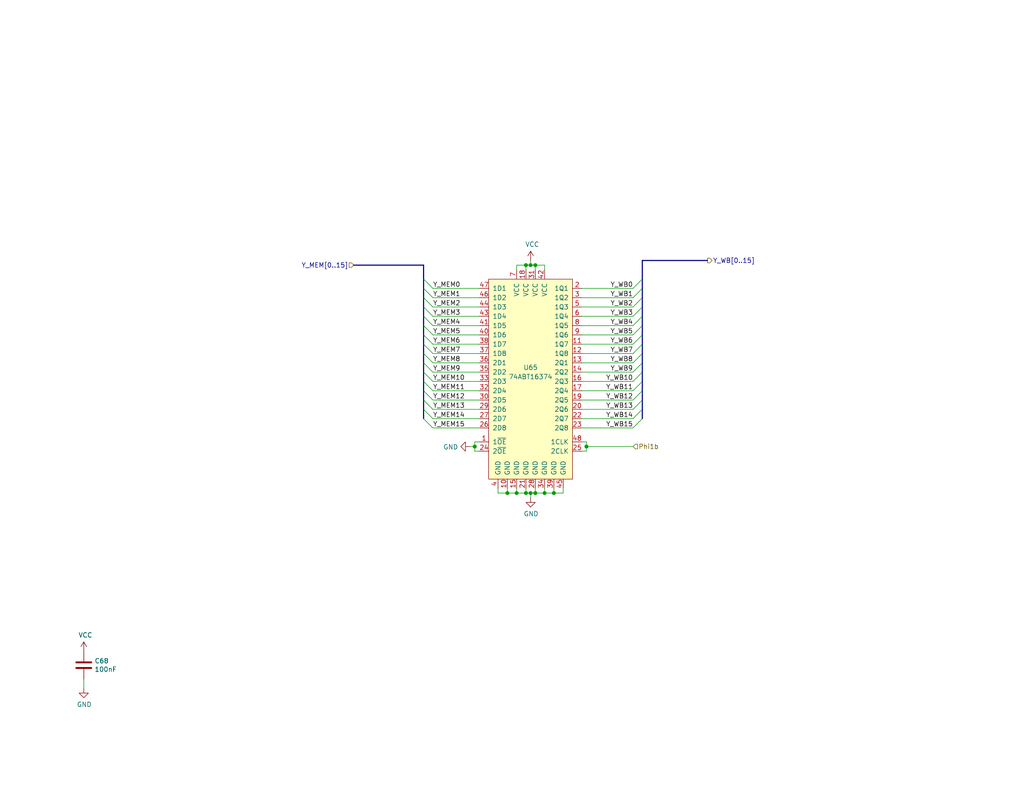
<source format=kicad_sch>
(kicad_sch (version 20230121) (generator eeschema)
  (paper "USLetter")
  (title_block (title "ALU Result Register MEM/WB") (date "2022-09-25") (rev "C"))
  (lib_symbols
    (symbol "74xx (kicad5):74ABT16374" (pin_names (offset 1.016))
      (property "Reference" "U" (at 0 1.27 0))
      (property "Value" "74ABT16374" (at 0 -1.27 0))
      (symbol "74ABT16374_0_0"
        (pin input line (at -13.97 -20.32 0) (length 2.54) (name "1~{OE}") (number "1"))
        (pin power_in line (at -6.35 -33.02 90) (length 2.54) (name "GND") (number "10"))
        (pin tri_state line (at 13.97 6.35 180) (length 2.54) (name "1Q7") (number "11"))
        (pin tri_state line (at 13.97 3.81 180) (length 2.54) (name "1Q8") (number "12"))
        (pin tri_state line (at 13.97 1.27 180) (length 2.54) (name "2Q1") (number "13"))
        (pin tri_state line (at 13.97 -1.27 180) (length 2.54) (name "2Q2") (number "14"))
        (pin power_in line (at -3.81 -33.02 90) (length 2.54) (name "GND") (number "15"))
        (pin tri_state line (at 13.97 -3.81 180) (length 2.54) (name "2Q3") (number "16"))
        (pin tri_state line (at 13.97 -6.35 180) (length 2.54) (name "2Q4") (number "17"))
        (pin power_in line (at -1.27 26.67 270) (length 2.54) (name "VCC") (number "18"))
        (pin tri_state line (at 13.97 -8.89 180) (length 2.54) (name "2Q5") (number "19"))
        (pin tri_state line (at 13.97 21.59 180) (length 2.54) (name "1Q1") (number "2"))
        (pin tri_state line (at 13.97 -11.43 180) (length 2.54) (name "2Q6") (number "20"))
        (pin power_in line (at -1.27 -33.02 90) (length 2.54) (name "GND") (number "21"))
        (pin tri_state line (at 13.97 -13.97 180) (length 2.54) (name "2Q7") (number "22"))
        (pin tri_state line (at 13.97 -16.51 180) (length 2.54) (name "2Q8") (number "23"))
        (pin input line (at -13.97 -22.86 0) (length 2.54) (name "2~{OE}") (number "24"))
        (pin input line (at 13.97 -22.86 180) (length 2.54) (name "2CLK") (number "25"))
        (pin input line (at -13.97 -16.51 0) (length 2.54) (name "2D8") (number "26"))
        (pin input line (at -13.97 -13.97 0) (length 2.54) (name "2D7") (number "27"))
        (pin power_in line (at 1.27 -33.02 90) (length 2.54) (name "GND") (number "28"))
        (pin input line (at -13.97 -11.43 0) (length 2.54) (name "2D6") (number "29"))
        (pin tri_state line (at 13.97 19.05 180) (length 2.54) (name "1Q2") (number "3"))
        (pin input line (at -13.97 -8.89 0) (length 2.54) (name "2D5") (number "30"))
        (pin power_in line (at 1.27 26.67 270) (length 2.54) (name "VCC") (number "31"))
        (pin input line (at -13.97 -6.35 0) (length 2.54) (name "2D4") (number "32"))
        (pin input line (at -13.97 -3.81 0) (length 2.54) (name "2D3") (number "33"))
        (pin power_in line (at 3.81 -33.02 90) (length 2.54) (name "GND") (number "34"))
        (pin input line (at -13.97 -1.27 0) (length 2.54) (name "2D2") (number "35"))
        (pin input line (at -13.97 1.27 0) (length 2.54) (name "2D1") (number "36"))
        (pin input line (at -13.97 3.81 0) (length 2.54) (name "1D8") (number "37"))
        (pin input line (at -13.97 6.35 0) (length 2.54) (name "1D7") (number "38"))
        (pin power_in line (at 6.35 -33.02 90) (length 2.54) (name "GND") (number "39"))
        (pin power_in line (at -8.89 -33.02 90) (length 2.54) (name "GND") (number "4"))
        (pin input line (at -13.97 8.89 0) (length 2.54) (name "1D6") (number "40"))
        (pin input line (at -13.97 11.43 0) (length 2.54) (name "1D5") (number "41"))
        (pin power_in line (at 3.81 26.67 270) (length 2.54) (name "VCC") (number "42"))
        (pin input line (at -13.97 13.97 0) (length 2.54) (name "1D4") (number "43"))
        (pin input line (at -13.97 16.51 0) (length 2.54) (name "1D3") (number "44"))
        (pin power_in line (at 8.89 -33.02 90) (length 2.54) (name "GND") (number "45"))
        (pin input line (at -13.97 19.05 0) (length 2.54) (name "1D2") (number "46"))
        (pin input line (at -13.97 21.59 0) (length 2.54) (name "1D1") (number "47"))
        (pin input line (at 13.97 -20.32 180) (length 2.54) (name "1CLK") (number "48"))
        (pin tri_state line (at 13.97 16.51 180) (length 2.54) (name "1Q3") (number "5"))
        (pin tri_state line (at 13.97 13.97 180) (length 2.54) (name "1Q4") (number "6"))
        (pin power_in line (at -3.81 26.67 270) (length 2.54) (name "VCC") (number "7"))
        (pin tri_state line (at 13.97 11.43 180) (length 2.54) (name "1Q5") (number "8"))
        (pin tri_state line (at 13.97 8.89 180) (length 2.54) (name "1Q6") (number "9"))
      )
      (symbol "74ABT16374_0_1"
        (rectangle (start -11.43 24.13) (end 11.43 -30.48) (fill (type background)))
      )
    )
    (symbol "Device:C" (pin_numbers hide) (pin_names (offset 0.254))
      (property "Reference" "C" (at 0.635 2.54 0))
      (property "Value" "C" (at 0.635 -2.54 0))
      (symbol "C_0_1"
        (polyline (pts (xy -2.032 -0.762) (xy 2.032 -0.762)) (stroke (width 0.508)))
        (polyline (pts (xy -2.032 0.762) (xy 2.032 0.762)) (stroke (width 0.508)))
      )
      (symbol "C_1_1"
        (pin passive line (at 0 3.81 270) (length 2.794) (name "~") (number "1"))
        (pin passive line (at 0 -3.81 90) (length 2.794) (name "~") (number "2"))
      )
    )
    (symbol "power:GND" (power) (pin_names (offset 0))
      (property "Value" "GND" (at 0 -3.81 0))
      (symbol "GND_0_1"
        (polyline (pts (xy 0 0) (xy 0 -1.27) (xy 1.27 -1.27) (xy 0 -2.54) (xy -1.27 -1.27) (xy 0 -1.27)))
      )
      (symbol "GND_1_1"
        (pin power_in line (at 0 0 270) (length 0) hide (name "GND") (number "1"))
      )
    )
    (symbol "power:VCC" (power) (pin_names (offset 0))
      (property "Value" "VCC" (at 0 3.81 0))
      (symbol "VCC_0_1"
        (polyline (pts (xy -0.762 1.27) (xy 0 2.54)))
        (polyline (pts (xy 0 0) (xy 0 2.54)))
        (polyline (pts (xy 0 2.54) (xy 0.762 1.27)))
      )
      (symbol "VCC_1_1"
        (pin power_in line (at 0 0 90) (length 0) hide (name "VCC") (number "1"))
      )
    )
  )
  (junction (at 138.43 134.62))
  (junction (at 143.51 134.62))
  (junction (at 140.97 134.62))
  (junction (at 160.02 121.92))
  (junction (at 146.05 72.39))
  (junction (at 146.05 134.62))
  (junction (at 151.13 134.62))
  (junction (at 144.78 72.39))
  (junction (at 148.59 134.62))
  (junction (at 144.78 134.62))
  (junction (at 129.54 121.92))
  (junction (at 143.51 72.39))
  (bus_entry (at 115.57 114.3) (size 2.54 2.54))
  (bus_entry (at 115.57 109.22) (size 2.54 2.54))
  (bus_entry (at 115.57 93.98) (size 2.54 2.54))
  (bus_entry (at 115.57 81.28) (size 2.54 2.54))
  (bus_entry (at 175.26 111.76) (size -2.54 2.54))
  (bus_entry (at 115.57 104.14) (size 2.54 2.54))
  (bus_entry (at 175.26 114.3) (size -2.54 2.54))
  (bus_entry (at 115.57 78.74) (size 2.54 2.54))
  (bus_entry (at 175.26 106.68) (size -2.54 2.54))
  (bus_entry (at 175.26 109.22) (size -2.54 2.54))
  (bus_entry (at 175.26 96.52) (size -2.54 2.54))
  (bus_entry (at 175.26 78.74) (size -2.54 2.54))
  (bus_entry (at 175.26 91.44) (size -2.54 2.54))
  (bus_entry (at 175.26 88.9) (size -2.54 2.54))
  (bus_entry (at 115.57 88.9) (size 2.54 2.54))
  (bus_entry (at 175.26 83.82) (size -2.54 2.54))
  (bus_entry (at 115.57 86.36) (size 2.54 2.54))
  (bus_entry (at 175.26 76.2) (size -2.54 2.54))
  (bus_entry (at 115.57 83.82) (size 2.54 2.54))
  (bus_entry (at 115.57 76.2) (size 2.54 2.54))
  (bus_entry (at 175.26 86.36) (size -2.54 2.54))
  (bus_entry (at 175.26 81.28) (size -2.54 2.54))
  (bus_entry (at 175.26 101.6) (size -2.54 2.54))
  (bus_entry (at 175.26 104.14) (size -2.54 2.54))
  (bus_entry (at 115.57 96.52) (size 2.54 2.54))
  (bus_entry (at 175.26 93.98) (size -2.54 2.54))
  (bus_entry (at 115.57 91.44) (size 2.54 2.54))
  (bus_entry (at 115.57 106.68) (size 2.54 2.54))
  (bus_entry (at 115.57 101.6) (size 2.54 2.54))
  (bus_entry (at 115.57 99.06) (size 2.54 2.54))
  (bus_entry (at 115.57 111.76) (size 2.54 2.54))
  (bus_entry (at 175.26 99.06) (size -2.54 2.54))
  (wire (pts (xy 118.11 88.9) (xy 130.81 88.9)))
  (wire (pts (xy 118.11 86.36) (xy 130.81 86.36)))
  (wire (pts (xy 160.02 121.92) (xy 160.02 123.19)))
  (bus (pts (xy 115.57 78.74) (xy 115.57 81.28)))
  (wire (pts (xy 129.54 121.92) (xy 129.54 123.19)))
  (wire (pts (xy 172.72 111.76) (xy 158.75 111.76)))
  (wire (pts (xy 153.67 134.62) (xy 153.67 133.35)))
  (wire (pts (xy 138.43 134.62) (xy 140.97 134.62)))
  (bus (pts (xy 115.57 93.98) (xy 115.57 96.52)))
  (bus (pts (xy 115.57 88.9) (xy 115.57 91.44)))
  (bus (pts (xy 115.57 86.36) (xy 115.57 88.9)))
  (wire (pts (xy 143.51 133.35) (xy 143.51 134.62)))
  (bus (pts (xy 115.57 106.68) (xy 115.57 109.22)))
  (wire (pts (xy 129.54 121.92) (xy 128.27 121.92)))
  (wire (pts (xy 160.02 120.65) (xy 160.02 121.92)))
  (wire (pts (xy 172.72 88.9) (xy 158.75 88.9)))
  (wire (pts (xy 172.72 101.6) (xy 158.75 101.6)))
  (wire (pts (xy 140.97 133.35) (xy 140.97 134.62)))
  (wire (pts (xy 148.59 72.39) (xy 148.59 73.66)))
  (wire (pts (xy 172.72 83.82) (xy 158.75 83.82)))
  (wire (pts (xy 144.78 71.12) (xy 144.78 72.39)))
  (bus (pts (xy 175.26 78.74) (xy 175.26 81.28)))
  (bus (pts (xy 115.57 76.2) (xy 115.57 78.74)))
  (wire (pts (xy 143.51 134.62) (xy 144.78 134.62)))
  (bus (pts (xy 175.26 91.44) (xy 175.26 93.98)))
  (wire (pts (xy 172.72 104.14) (xy 158.75 104.14)))
  (wire (pts (xy 148.59 133.35) (xy 148.59 134.62)))
  (bus (pts (xy 115.57 101.6) (xy 115.57 104.14)))
  (wire (pts (xy 138.43 133.35) (xy 138.43 134.62)))
  (bus (pts (xy 96.52 72.39) (xy 115.57 72.39)))
  (bus (pts (xy 175.26 71.12) (xy 175.26 76.2)))
  (wire (pts (xy 118.11 96.52) (xy 130.81 96.52)))
  (wire (pts (xy 172.72 99.06) (xy 158.75 99.06)))
  (wire (pts (xy 135.89 134.62) (xy 138.43 134.62)))
  (bus (pts (xy 175.26 81.28) (xy 175.26 83.82)))
  (wire (pts (xy 118.11 106.68) (xy 130.81 106.68)))
  (wire (pts (xy 118.11 104.14) (xy 130.81 104.14)))
  (bus (pts (xy 175.26 88.9) (xy 175.26 91.44)))
  (wire (pts (xy 118.11 111.76) (xy 130.81 111.76)))
  (bus (pts (xy 175.26 99.06) (xy 175.26 101.6)))
  (wire (pts (xy 118.11 101.6) (xy 130.81 101.6)))
  (wire (pts (xy 172.72 93.98) (xy 158.75 93.98)))
  (wire (pts (xy 146.05 133.35) (xy 146.05 134.62)))
  (wire (pts (xy 172.72 116.84) (xy 158.75 116.84)))
  (wire (pts (xy 140.97 72.39) (xy 143.51 72.39)))
  (wire (pts (xy 172.72 81.28) (xy 158.75 81.28)))
  (bus (pts (xy 193.04 71.12) (xy 175.26 71.12)))
  (wire (pts (xy 172.72 109.22) (xy 158.75 109.22)))
  (wire (pts (xy 172.72 86.36) (xy 158.75 86.36)))
  (wire (pts (xy 151.13 134.62) (xy 153.67 134.62)))
  (wire (pts (xy 172.72 96.52) (xy 158.75 96.52)))
  (wire (pts (xy 143.51 73.66) (xy 143.51 72.39)))
  (bus (pts (xy 115.57 91.44) (xy 115.57 93.98)))
  (wire (pts (xy 118.11 93.98) (xy 130.81 93.98)))
  (wire (pts (xy 146.05 72.39) (xy 148.59 72.39)))
  (bus (pts (xy 115.57 104.14) (xy 115.57 106.68)))
  (wire (pts (xy 172.72 114.3) (xy 158.75 114.3)))
  (wire (pts (xy 118.11 114.3) (xy 130.81 114.3)))
  (wire (pts (xy 172.72 106.68) (xy 158.75 106.68)))
  (bus (pts (xy 175.26 83.82) (xy 175.26 86.36)))
  (bus (pts (xy 115.57 96.52) (xy 115.57 99.06)))
  (wire (pts (xy 146.05 134.62) (xy 148.59 134.62)))
  (wire (pts (xy 146.05 73.66) (xy 146.05 72.39)))
  (wire (pts (xy 160.02 123.19) (xy 158.75 123.19)))
  (wire (pts (xy 140.97 134.62) (xy 143.51 134.62)))
  (bus (pts (xy 175.26 86.36) (xy 175.26 88.9)))
  (wire (pts (xy 129.54 120.65) (xy 129.54 121.92)))
  (wire (pts (xy 118.11 81.28) (xy 130.81 81.28)))
  (wire (pts (xy 118.11 91.44) (xy 130.81 91.44)))
  (wire (pts (xy 144.78 72.39) (xy 146.05 72.39)))
  (wire (pts (xy 140.97 73.66) (xy 140.97 72.39)))
  (bus (pts (xy 175.26 104.14) (xy 175.26 106.68)))
  (wire (pts (xy 151.13 133.35) (xy 151.13 134.62)))
  (wire (pts (xy 172.72 91.44) (xy 158.75 91.44)))
  (bus (pts (xy 115.57 99.06) (xy 115.57 101.6)))
  (wire (pts (xy 160.02 121.92) (xy 172.72 121.92)))
  (wire (pts (xy 135.89 133.35) (xy 135.89 134.62)))
  (bus (pts (xy 175.26 106.68) (xy 175.26 109.22)))
  (bus (pts (xy 175.26 101.6) (xy 175.26 104.14)))
  (wire (pts (xy 143.51 72.39) (xy 144.78 72.39)))
  (wire (pts (xy 118.11 109.22) (xy 130.81 109.22)))
  (wire (pts (xy 144.78 134.62) (xy 146.05 134.62)))
  (wire (pts (xy 118.11 116.84) (xy 130.81 116.84)))
  (wire (pts (xy 144.78 134.62) (xy 144.78 135.89)))
  (bus (pts (xy 115.57 109.22) (xy 115.57 111.76)))
  (bus (pts (xy 175.26 93.98) (xy 175.26 96.52)))
  (wire (pts (xy 130.81 120.65) (xy 129.54 120.65)))
  (bus (pts (xy 175.26 111.76) (xy 175.26 114.3)))
  (bus (pts (xy 115.57 81.28) (xy 115.57 83.82)))
  (wire (pts (xy 172.72 78.74) (xy 158.75 78.74)))
  (bus (pts (xy 115.57 72.39) (xy 115.57 76.2)))
  (wire (pts (xy 118.11 83.82) (xy 130.81 83.82)))
  (wire (pts (xy 129.54 123.19) (xy 130.81 123.19)))
  (bus (pts (xy 115.57 111.76) (xy 115.57 114.3)))
  (wire (pts (xy 22.86 187.96) (xy 22.86 185.42)))
  (bus (pts (xy 115.57 83.82) (xy 115.57 86.36)))
  (bus (pts (xy 175.26 96.52) (xy 175.26 99.06)))
  (bus (pts (xy 175.26 109.22) (xy 175.26 111.76)))
  (wire (pts (xy 118.11 78.74) (xy 130.81 78.74)))
  (wire (pts (xy 118.11 99.06) (xy 130.81 99.06)))
  (bus (pts (xy 175.26 76.2) (xy 175.26 78.74)))
  (wire (pts (xy 148.59 134.62) (xy 151.13 134.62)))
  (wire (pts (xy 158.75 120.65) (xy 160.02 120.65)))
  (label "Y_WB9" (at 172.72 101.6 180))
  (label "Y_WB14" (at 172.72 114.3 180))
  (label "Y_WB7" (at 172.72 96.52 180))
  (label "Y_WB4" (at 172.72 88.9 180))
  (label "Y_WB10" (at 172.72 104.14 180))
  (label "Y_MEM13" (at 118.11 111.76 0))
  (label "Y_MEM4" (at 118.11 88.9 0))
  (label "Y_WB12" (at 172.72 109.22 180))
  (label "Y_WB0" (at 172.72 78.74 180))
  (label "Y_MEM8" (at 118.11 99.06 0))
  (label "Y_MEM7" (at 118.11 96.52 0))
  (label "Y_WB13" (at 172.72 111.76 180))
  (label "Y_WB6" (at 172.72 93.98 180))
  (label "Y_MEM15" (at 118.11 116.84 0))
  (label "Y_MEM5" (at 118.11 91.44 0))
  (label "Y_WB8" (at 172.72 99.06 180))
  (label "Y_WB3" (at 172.72 86.36 180))
  (label "Y_MEM2" (at 118.11 83.82 0))
  (label "Y_MEM9" (at 118.11 101.6 0))
  (label "Y_MEM14" (at 118.11 114.3 0))
  (label "Y_WB15" (at 172.72 116.84 180))
  (label "Y_MEM10" (at 118.11 104.14 0))
  (label "Y_WB5" (at 172.72 91.44 180))
  (label "Y_MEM12" (at 118.11 109.22 0))
  (label "Y_MEM6" (at 118.11 93.98 0))
  (label "Y_WB1" (at 172.72 81.28 180))
  (label "Y_MEM11" (at 118.11 106.68 0))
  (label "Y_WB11" (at 172.72 106.68 180))
  (label "Y_MEM0" (at 118.11 78.74 0))
  (label "Y_MEM1" (at 118.11 81.28 0))
  (label "Y_WB2" (at 172.72 83.82 180))
  (label "Y_MEM3" (at 118.11 86.36 0))
  (hierarchical_label "Y_MEM[0..15]" (shape input) (at 96.52 72.39 180))
  (hierarchical_label "Phi1b" (shape input) (at 172.72 121.92 0))
  (hierarchical_label "Y_WB[0..15]" (shape output) (at 193.04 71.12 0))
  (symbol (lib_id "Device:C") (at 22.86 181.61 0) (unit 1)
    (property "Reference" "C68" (at 25.781 180.4416 0) (effects (justify left)))
    (property "Value" "100nF" (at 25.781 182.753 0) (effects (justify left)))
    (property "Footprint" "Capacitor_SMD:C_0603_1608Metric_Pad1.08x0.95mm_HandSolder" (effects hide))
    (property "Mouser" "https://www.mouser.com/ProductDetail/963-EMK107B7104KAHT" (effects hide))
  )
  (symbol (lib_id "power:VCC") (at 22.86 177.8 0) (unit 1)
    (property "Reference" "#PWR0352" (effects hide))
    (property "Value" "VCC" (at 23.2918 173.4058 0))
  )
  (symbol (lib_id "power:GND") (at 22.86 187.96 0) (unit 1)
    (property "Reference" "#PWR0353" (effects hide))
    (property "Value" "GND" (at 22.987 192.3542 0))
  )
  (symbol (lib_id "power:GND") (at 128.27 121.92 270) (unit 1)
    (property "Reference" "#PWR0354" (effects hide))
    (property "Value" "GND" (at 125.0188 122.047 90) (effects (justify right)))
  )
  (symbol (lib_id "power:VCC") (at 144.78 71.12 0) (unit 1)
    (property "Reference" "#PWR0355" (effects hide))
    (property "Value" "VCC" (at 145.2118 66.7258 0))
  )
  (symbol (lib_id "power:GND") (at 144.78 135.89 0) (unit 1)
    (property "Reference" "#PWR0356" (effects hide))
    (property "Value" "GND" (at 144.907 140.2842 0))
  )
  (symbol (lib_id "74xx (kicad5):74ABT16374") (at 144.78 100.33 0) (unit 1)
    (property "Reference" "U65" (at 144.78 100.33 0))
    (property "Value" "74ABT16374" (at 144.78 102.87 0))
    (property "Footprint" "Package_SO:TSSOP-48_6.1x12.5mm_P0.5mm" (effects hide))
    (property "Datasheet" "https://www.ti.com/lit/ds/symlink/sn74abt16374a.pdf?HQS=dis-mous-null-mousermode-dsf-pf-null-wwe&ts=1617318801237" (effects hide))
    (property "Mouser" "https://www.mouser.com/ProductDetail/Texas-Instruments/SN74ABT16374ADGGR?qs=%2Fha2pyFadui8Wf%2F61v2joCyY9bOa3peBR5btn0VUHs8%3D" (effects hide))
  )
)
</source>
